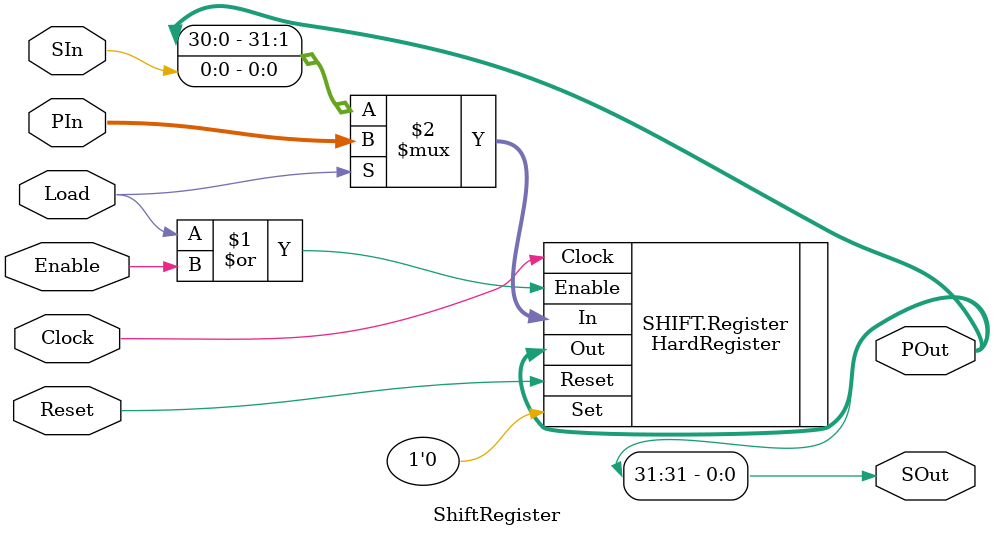
<source format=v>


//------------------------------------------------------------------------------
//	Module:		ShiftRegister
//	Desc:		This is a general parallel to serial and serial to parallel
//				converter.  Note that it can work with 'serial' data streams
//				that are more than a single bit wide.  This is useful for
//				example when a signal must cross a 32b/8b boundary.
//				This also means it can be used to delay a signal quite easily.
//	Params:		PWidth:	Sets the bitwidth of the parallel data (both in and
//						out of the module)
//				SWidth:	Sets the bitwidth of the serial data (both in and out
//						of the module)
//				Reverse:Shift MSb to LSb?
//	Ex:			(32,1) will convert 32bit wide data into 1bit serial data
//				(32,8) will convert 32bit words into bytes
//	Author:		<a href="http://gdgib.gotdns.com/~gdgib/">Greg Gibeling</a>
//	Version:	$Revision: 18793 $
//------------------------------------------------------------------------------
module	ShiftRegister(Clock, Reset, Load, Enable, PIn, SIn, POut, SOut);
	//--------------------------------------------------------------------------
	//	Parameters
	//--------------------------------------------------------------------------
	parameter				PWidth =				32,		// The parallel width
							SWidth =				1,		// The serial width
							Reverse =				0,
							Initial =				{PWidth{1'bx}},
							AsyncReset =			0;
	//--------------------------------------------------------------------------
	
	//--------------------------------------------------------------------------
	//	Control Inputs
	//--------------------------------------------------------------------------
	input					Clock, Reset, Load, Enable;
	//--------------------------------------------------------------------------

	//--------------------------------------------------------------------------
	//	Parallel and Serial I/O
	//--------------------------------------------------------------------------
	input	[PWidth-1:0]	PIn;
	input	[SWidth-1:0]	SIn;
	output 	[PWidth-1:0]	POut;
	output	[SWidth-1:0]	SOut;
	//--------------------------------------------------------------------------
	
	//--------------------------------------------------------------------------
	//	Assigns
	//--------------------------------------------------------------------------
	assign	SOut =									Reverse ? POut[SWidth-1:0] : POut[PWidth-1:PWidth-SWidth];
	//--------------------------------------------------------------------------

	//--------------------------------------------------------------------------
	//	Behavioral Shift Register Core
	//--------------------------------------------------------------------------
	generate if (PWidth == SWidth) begin:REG
		HardRegister #(			.Width(				PWidth),
								.Initial(			Initial),
								.AsyncReset(		AsyncReset))
					Register(	.Clock(				Clock),
								.Reset(				Reset),
								.Set(				1'b0),
								.Enable(			Load | Enable),
								.In(				Load ? PIn : SIn),
								.Out(				POut));
	end else begin:SHIFT
		HardRegister #(			.Width(				PWidth),
								.Initial(			Initial),
								.AsyncReset(		AsyncReset))
					Register(	.Clock(				Clock),
								.Reset(				Reset),
								.Set(				1'b0),
								.Enable(			Load | Enable),
								.In(				Load ? PIn : (Reverse ? {SIn, POut[PWidth-1:SWidth]} : {POut[PWidth-SWidth-1:0], SIn})),
								.Out(				POut));
	end endgenerate
	//--------------------------------------------------------------------------
endmodule
//------------------------------------------------------------------------------

</source>
